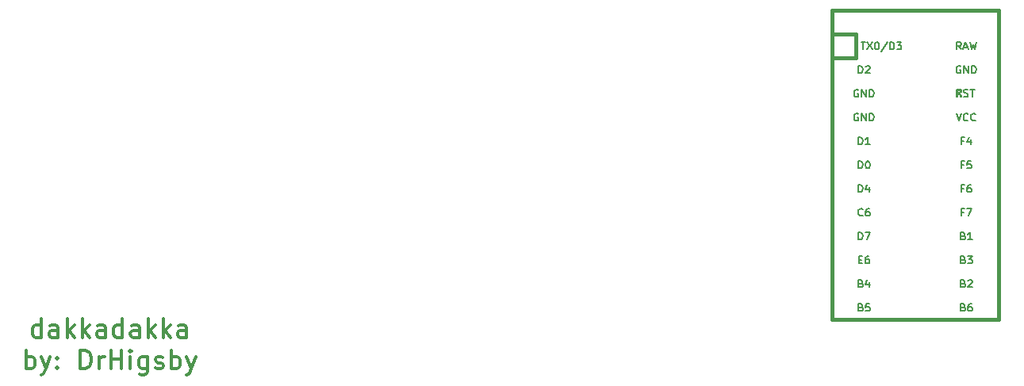
<source format=gbr>
%TF.GenerationSoftware,KiCad,Pcbnew,(5.1.9)-1*%
%TF.CreationDate,2021-06-01T10:03:10-07:00*%
%TF.ProjectId,dakkadakka,64616b6b-6164-4616-9b6b-612e6b696361,rev?*%
%TF.SameCoordinates,Original*%
%TF.FileFunction,Legend,Top*%
%TF.FilePolarity,Positive*%
%FSLAX46Y46*%
G04 Gerber Fmt 4.6, Leading zero omitted, Abs format (unit mm)*
G04 Created by KiCad (PCBNEW (5.1.9)-1) date 2021-06-01 10:03:10*
%MOMM*%
%LPD*%
G01*
G04 APERTURE LIST*
%ADD10C,0.350000*%
%ADD11C,0.381000*%
%ADD12C,0.150000*%
G04 APERTURE END LIST*
D10*
X147230746Y-75498341D02*
X147230746Y-73498341D01*
X147230746Y-75403103D02*
X147040270Y-75498341D01*
X146659318Y-75498341D01*
X146468841Y-75403103D01*
X146373603Y-75307865D01*
X146278365Y-75117389D01*
X146278365Y-74545960D01*
X146373603Y-74355484D01*
X146468841Y-74260246D01*
X146659318Y-74165008D01*
X147040270Y-74165008D01*
X147230746Y-74260246D01*
X149040270Y-75498341D02*
X149040270Y-74450722D01*
X148945032Y-74260246D01*
X148754556Y-74165008D01*
X148373603Y-74165008D01*
X148183127Y-74260246D01*
X149040270Y-75403103D02*
X148849794Y-75498341D01*
X148373603Y-75498341D01*
X148183127Y-75403103D01*
X148087889Y-75212627D01*
X148087889Y-75022151D01*
X148183127Y-74831675D01*
X148373603Y-74736437D01*
X148849794Y-74736437D01*
X149040270Y-74641199D01*
X149992651Y-75498341D02*
X149992651Y-73498341D01*
X150183127Y-74736437D02*
X150754556Y-75498341D01*
X150754556Y-74165008D02*
X149992651Y-74926913D01*
X151611699Y-75498341D02*
X151611699Y-73498341D01*
X151802175Y-74736437D02*
X152373603Y-75498341D01*
X152373603Y-74165008D02*
X151611699Y-74926913D01*
X154087889Y-75498341D02*
X154087889Y-74450722D01*
X153992651Y-74260246D01*
X153802175Y-74165008D01*
X153421222Y-74165008D01*
X153230746Y-74260246D01*
X154087889Y-75403103D02*
X153897413Y-75498341D01*
X153421222Y-75498341D01*
X153230746Y-75403103D01*
X153135508Y-75212627D01*
X153135508Y-75022151D01*
X153230746Y-74831675D01*
X153421222Y-74736437D01*
X153897413Y-74736437D01*
X154087889Y-74641199D01*
X155897413Y-75498341D02*
X155897413Y-73498341D01*
X155897413Y-75403103D02*
X155706937Y-75498341D01*
X155325984Y-75498341D01*
X155135508Y-75403103D01*
X155040270Y-75307865D01*
X154945032Y-75117389D01*
X154945032Y-74545960D01*
X155040270Y-74355484D01*
X155135508Y-74260246D01*
X155325984Y-74165008D01*
X155706937Y-74165008D01*
X155897413Y-74260246D01*
X157706937Y-75498341D02*
X157706937Y-74450722D01*
X157611699Y-74260246D01*
X157421222Y-74165008D01*
X157040270Y-74165008D01*
X156849794Y-74260246D01*
X157706937Y-75403103D02*
X157516460Y-75498341D01*
X157040270Y-75498341D01*
X156849794Y-75403103D01*
X156754556Y-75212627D01*
X156754556Y-75022151D01*
X156849794Y-74831675D01*
X157040270Y-74736437D01*
X157516460Y-74736437D01*
X157706937Y-74641199D01*
X158659318Y-75498341D02*
X158659318Y-73498341D01*
X158849794Y-74736437D02*
X159421222Y-75498341D01*
X159421222Y-74165008D02*
X158659318Y-74926913D01*
X160278365Y-75498341D02*
X160278365Y-73498341D01*
X160468841Y-74736437D02*
X161040270Y-75498341D01*
X161040270Y-74165008D02*
X160278365Y-74926913D01*
X162754556Y-75498341D02*
X162754556Y-74450722D01*
X162659318Y-74260246D01*
X162468841Y-74165008D01*
X162087889Y-74165008D01*
X161897413Y-74260246D01*
X162754556Y-75403103D02*
X162564080Y-75498341D01*
X162087889Y-75498341D01*
X161897413Y-75403103D01*
X161802175Y-75212627D01*
X161802175Y-75022151D01*
X161897413Y-74831675D01*
X162087889Y-74736437D01*
X162564080Y-74736437D01*
X162754556Y-74641199D01*
X145611699Y-78848341D02*
X145611699Y-76848341D01*
X145611699Y-77610246D02*
X145802175Y-77515008D01*
X146183127Y-77515008D01*
X146373603Y-77610246D01*
X146468841Y-77705484D01*
X146564080Y-77895960D01*
X146564080Y-78467389D01*
X146468841Y-78657865D01*
X146373603Y-78753103D01*
X146183127Y-78848341D01*
X145802175Y-78848341D01*
X145611699Y-78753103D01*
X147230746Y-77515008D02*
X147706937Y-78848341D01*
X148183127Y-77515008D02*
X147706937Y-78848341D01*
X147516460Y-79324532D01*
X147421222Y-79419770D01*
X147230746Y-79515008D01*
X148945032Y-78657865D02*
X149040270Y-78753103D01*
X148945032Y-78848341D01*
X148849794Y-78753103D01*
X148945032Y-78657865D01*
X148945032Y-78848341D01*
X148945032Y-77610246D02*
X149040270Y-77705484D01*
X148945032Y-77800722D01*
X148849794Y-77705484D01*
X148945032Y-77610246D01*
X148945032Y-77800722D01*
X151421222Y-78848341D02*
X151421222Y-76848341D01*
X151897413Y-76848341D01*
X152183127Y-76943580D01*
X152373603Y-77134056D01*
X152468841Y-77324532D01*
X152564080Y-77705484D01*
X152564080Y-77991199D01*
X152468841Y-78372151D01*
X152373603Y-78562627D01*
X152183127Y-78753103D01*
X151897413Y-78848341D01*
X151421222Y-78848341D01*
X153421222Y-78848341D02*
X153421222Y-77515008D01*
X153421222Y-77895960D02*
X153516460Y-77705484D01*
X153611699Y-77610246D01*
X153802175Y-77515008D01*
X153992651Y-77515008D01*
X154659318Y-78848341D02*
X154659318Y-76848341D01*
X154659318Y-77800722D02*
X155802175Y-77800722D01*
X155802175Y-78848341D02*
X155802175Y-76848341D01*
X156754556Y-78848341D02*
X156754556Y-77515008D01*
X156754556Y-76848341D02*
X156659318Y-76943580D01*
X156754556Y-77038818D01*
X156849794Y-76943580D01*
X156754556Y-76848341D01*
X156754556Y-77038818D01*
X158564080Y-77515008D02*
X158564080Y-79134056D01*
X158468841Y-79324532D01*
X158373603Y-79419770D01*
X158183127Y-79515008D01*
X157897413Y-79515008D01*
X157706937Y-79419770D01*
X158564080Y-78753103D02*
X158373603Y-78848341D01*
X157992651Y-78848341D01*
X157802175Y-78753103D01*
X157706937Y-78657865D01*
X157611699Y-78467389D01*
X157611699Y-77895960D01*
X157706937Y-77705484D01*
X157802175Y-77610246D01*
X157992651Y-77515008D01*
X158373603Y-77515008D01*
X158564080Y-77610246D01*
X159421222Y-78753103D02*
X159611699Y-78848341D01*
X159992651Y-78848341D01*
X160183127Y-78753103D01*
X160278365Y-78562627D01*
X160278365Y-78467389D01*
X160183127Y-78276913D01*
X159992651Y-78181675D01*
X159706937Y-78181675D01*
X159516460Y-78086437D01*
X159421222Y-77895960D01*
X159421222Y-77800722D01*
X159516460Y-77610246D01*
X159706937Y-77515008D01*
X159992651Y-77515008D01*
X160183127Y-77610246D01*
X161135508Y-78848341D02*
X161135508Y-76848341D01*
X161135508Y-77610246D02*
X161325984Y-77515008D01*
X161706937Y-77515008D01*
X161897413Y-77610246D01*
X161992651Y-77705484D01*
X162087889Y-77895960D01*
X162087889Y-78467389D01*
X161992651Y-78657865D01*
X161897413Y-78753103D01*
X161706937Y-78848341D01*
X161325984Y-78848341D01*
X161135508Y-78753103D01*
X162754556Y-77515008D02*
X163230746Y-78848341D01*
X163706937Y-77515008D02*
X163230746Y-78848341D01*
X163040270Y-79324532D01*
X162945032Y-79419770D01*
X162754556Y-79515008D01*
D11*
%TO.C,PM1*%
X231616452Y-43100674D02*
X231616452Y-73580674D01*
X231616452Y-73580674D02*
X249396452Y-73580674D01*
X249396452Y-73580674D02*
X249396452Y-43100674D01*
X234156452Y-43100674D02*
X234156452Y-45640674D01*
X234156452Y-45640674D02*
X231616452Y-45640674D01*
D12*
G36*
X245438020Y-48980034D02*
G01*
X245438020Y-49280034D01*
X245338020Y-49280034D01*
X245338020Y-48980034D01*
X245438020Y-48980034D01*
G37*
X245438020Y-48980034D02*
X245438020Y-49280034D01*
X245338020Y-49280034D01*
X245338020Y-48980034D01*
X245438020Y-48980034D01*
G36*
X245238020Y-49380034D02*
G01*
X245238020Y-49480034D01*
X245138020Y-49480034D01*
X245138020Y-49380034D01*
X245238020Y-49380034D01*
G37*
X245238020Y-49380034D02*
X245238020Y-49480034D01*
X245138020Y-49480034D01*
X245138020Y-49380034D01*
X245238020Y-49380034D01*
G36*
X245438020Y-48980034D02*
G01*
X245438020Y-49080034D01*
X244938020Y-49080034D01*
X244938020Y-48980034D01*
X245438020Y-48980034D01*
G37*
X245438020Y-48980034D02*
X245438020Y-49080034D01*
X244938020Y-49080034D01*
X244938020Y-48980034D01*
X245438020Y-48980034D01*
G36*
X245038020Y-48980034D02*
G01*
X245038020Y-49780034D01*
X244938020Y-49780034D01*
X244938020Y-48980034D01*
X245038020Y-48980034D01*
G37*
X245038020Y-48980034D02*
X245038020Y-49780034D01*
X244938020Y-49780034D01*
X244938020Y-48980034D01*
X245038020Y-48980034D01*
G36*
X245438020Y-49580034D02*
G01*
X245438020Y-49780034D01*
X245338020Y-49780034D01*
X245338020Y-49580034D01*
X245438020Y-49580034D01*
G37*
X245438020Y-49580034D02*
X245438020Y-49780034D01*
X245338020Y-49780034D01*
X245338020Y-49580034D01*
X245438020Y-49580034D01*
D11*
X249396452Y-43100674D02*
X249396452Y-40560674D01*
X249396452Y-40560674D02*
X231616452Y-40560674D01*
X231616452Y-40560674D02*
X231616452Y-43100674D01*
X234156452Y-43100674D02*
X231616452Y-43100674D01*
D12*
X234744103Y-43932578D02*
X235201246Y-43932578D01*
X234972675Y-44732578D02*
X234972675Y-43932578D01*
X235391722Y-43932578D02*
X235925056Y-44732578D01*
X235925056Y-43932578D02*
X235391722Y-44732578D01*
X236382199Y-43932578D02*
X236458389Y-43932578D01*
X236534580Y-43970674D01*
X236572675Y-44008769D01*
X236610770Y-44084959D01*
X236648865Y-44237340D01*
X236648865Y-44427816D01*
X236610770Y-44580197D01*
X236572675Y-44656388D01*
X236534580Y-44694483D01*
X236458389Y-44732578D01*
X236382199Y-44732578D01*
X236306008Y-44694483D01*
X236267913Y-44656388D01*
X236229818Y-44580197D01*
X236191722Y-44427816D01*
X236191722Y-44237340D01*
X236229818Y-44084959D01*
X236267913Y-44008769D01*
X236306008Y-43970674D01*
X236382199Y-43932578D01*
X237563151Y-43894483D02*
X236877437Y-44923054D01*
X237829818Y-44732578D02*
X237829818Y-43932578D01*
X238020294Y-43932578D01*
X238134580Y-43970674D01*
X238210770Y-44046864D01*
X238248865Y-44123054D01*
X238286960Y-44275435D01*
X238286960Y-44389721D01*
X238248865Y-44542102D01*
X238210770Y-44618293D01*
X238134580Y-44694483D01*
X238020294Y-44732578D01*
X237829818Y-44732578D01*
X238553627Y-43932578D02*
X239048865Y-43932578D01*
X238782199Y-44237340D01*
X238896484Y-44237340D01*
X238972675Y-44275435D01*
X239010770Y-44313531D01*
X239048865Y-44389721D01*
X239048865Y-44580197D01*
X239010770Y-44656388D01*
X238972675Y-44694483D01*
X238896484Y-44732578D01*
X238667913Y-44732578D01*
X238591722Y-44694483D01*
X238553627Y-44656388D01*
X234454975Y-47272578D02*
X234454975Y-46472578D01*
X234645452Y-46472578D01*
X234759737Y-46510674D01*
X234835928Y-46586864D01*
X234874023Y-46663054D01*
X234912118Y-46815435D01*
X234912118Y-46929721D01*
X234874023Y-47082102D01*
X234835928Y-47158293D01*
X234759737Y-47234483D01*
X234645452Y-47272578D01*
X234454975Y-47272578D01*
X235216880Y-46548769D02*
X235254975Y-46510674D01*
X235331166Y-46472578D01*
X235521642Y-46472578D01*
X235597832Y-46510674D01*
X235635928Y-46548769D01*
X235674023Y-46624959D01*
X235674023Y-46701150D01*
X235635928Y-46815435D01*
X235178785Y-47272578D01*
X235674023Y-47272578D01*
X234454975Y-57432578D02*
X234454975Y-56632578D01*
X234645452Y-56632578D01*
X234759737Y-56670674D01*
X234835928Y-56746864D01*
X234874023Y-56823054D01*
X234912118Y-56975435D01*
X234912118Y-57089721D01*
X234874023Y-57242102D01*
X234835928Y-57318293D01*
X234759737Y-57394483D01*
X234645452Y-57432578D01*
X234454975Y-57432578D01*
X235407356Y-56632578D02*
X235483547Y-56632578D01*
X235559737Y-56670674D01*
X235597832Y-56708769D01*
X235635928Y-56784959D01*
X235674023Y-56937340D01*
X235674023Y-57127816D01*
X235635928Y-57280197D01*
X235597832Y-57356388D01*
X235559737Y-57394483D01*
X235483547Y-57432578D01*
X235407356Y-57432578D01*
X235331166Y-57394483D01*
X235293071Y-57356388D01*
X235254975Y-57280197D01*
X235216880Y-57127816D01*
X235216880Y-56937340D01*
X235254975Y-56784959D01*
X235293071Y-56708769D01*
X235331166Y-56670674D01*
X235407356Y-56632578D01*
X234454975Y-54892578D02*
X234454975Y-54092578D01*
X234645452Y-54092578D01*
X234759737Y-54130674D01*
X234835928Y-54206864D01*
X234874023Y-54283054D01*
X234912118Y-54435435D01*
X234912118Y-54549721D01*
X234874023Y-54702102D01*
X234835928Y-54778293D01*
X234759737Y-54854483D01*
X234645452Y-54892578D01*
X234454975Y-54892578D01*
X235674023Y-54892578D02*
X235216880Y-54892578D01*
X235445452Y-54892578D02*
X235445452Y-54092578D01*
X235369261Y-54206864D01*
X235293071Y-54283054D01*
X235216880Y-54321150D01*
X234435928Y-51590674D02*
X234359737Y-51552578D01*
X234245452Y-51552578D01*
X234131166Y-51590674D01*
X234054975Y-51666864D01*
X234016880Y-51743054D01*
X233978785Y-51895435D01*
X233978785Y-52009721D01*
X234016880Y-52162102D01*
X234054975Y-52238293D01*
X234131166Y-52314483D01*
X234245452Y-52352578D01*
X234321642Y-52352578D01*
X234435928Y-52314483D01*
X234474023Y-52276388D01*
X234474023Y-52009721D01*
X234321642Y-52009721D01*
X234816880Y-52352578D02*
X234816880Y-51552578D01*
X235274023Y-52352578D01*
X235274023Y-51552578D01*
X235654975Y-52352578D02*
X235654975Y-51552578D01*
X235845452Y-51552578D01*
X235959737Y-51590674D01*
X236035928Y-51666864D01*
X236074023Y-51743054D01*
X236112118Y-51895435D01*
X236112118Y-52009721D01*
X236074023Y-52162102D01*
X236035928Y-52238293D01*
X235959737Y-52314483D01*
X235845452Y-52352578D01*
X235654975Y-52352578D01*
X234435928Y-49050674D02*
X234359737Y-49012578D01*
X234245452Y-49012578D01*
X234131166Y-49050674D01*
X234054975Y-49126864D01*
X234016880Y-49203054D01*
X233978785Y-49355435D01*
X233978785Y-49469721D01*
X234016880Y-49622102D01*
X234054975Y-49698293D01*
X234131166Y-49774483D01*
X234245452Y-49812578D01*
X234321642Y-49812578D01*
X234435928Y-49774483D01*
X234474023Y-49736388D01*
X234474023Y-49469721D01*
X234321642Y-49469721D01*
X234816880Y-49812578D02*
X234816880Y-49012578D01*
X235274023Y-49812578D01*
X235274023Y-49012578D01*
X235654975Y-49812578D02*
X235654975Y-49012578D01*
X235845452Y-49012578D01*
X235959737Y-49050674D01*
X236035928Y-49126864D01*
X236074023Y-49203054D01*
X236112118Y-49355435D01*
X236112118Y-49469721D01*
X236074023Y-49622102D01*
X236035928Y-49698293D01*
X235959737Y-49774483D01*
X235845452Y-49812578D01*
X235654975Y-49812578D01*
X234454975Y-59972578D02*
X234454975Y-59172578D01*
X234645452Y-59172578D01*
X234759737Y-59210674D01*
X234835928Y-59286864D01*
X234874023Y-59363054D01*
X234912118Y-59515435D01*
X234912118Y-59629721D01*
X234874023Y-59782102D01*
X234835928Y-59858293D01*
X234759737Y-59934483D01*
X234645452Y-59972578D01*
X234454975Y-59972578D01*
X235597832Y-59439245D02*
X235597832Y-59972578D01*
X235407356Y-59134483D02*
X235216880Y-59705912D01*
X235712118Y-59705912D01*
X234912118Y-62436388D02*
X234874023Y-62474483D01*
X234759737Y-62512578D01*
X234683547Y-62512578D01*
X234569261Y-62474483D01*
X234493071Y-62398293D01*
X234454975Y-62322102D01*
X234416880Y-62169721D01*
X234416880Y-62055435D01*
X234454975Y-61903054D01*
X234493071Y-61826864D01*
X234569261Y-61750674D01*
X234683547Y-61712578D01*
X234759737Y-61712578D01*
X234874023Y-61750674D01*
X234912118Y-61788769D01*
X235597832Y-61712578D02*
X235445452Y-61712578D01*
X235369261Y-61750674D01*
X235331166Y-61788769D01*
X235254975Y-61903054D01*
X235216880Y-62055435D01*
X235216880Y-62360197D01*
X235254975Y-62436388D01*
X235293071Y-62474483D01*
X235369261Y-62512578D01*
X235521642Y-62512578D01*
X235597832Y-62474483D01*
X235635928Y-62436388D01*
X235674023Y-62360197D01*
X235674023Y-62169721D01*
X235635928Y-62093531D01*
X235597832Y-62055435D01*
X235521642Y-62017340D01*
X235369261Y-62017340D01*
X235293071Y-62055435D01*
X235254975Y-62093531D01*
X235216880Y-62169721D01*
X234454975Y-65052578D02*
X234454975Y-64252578D01*
X234645452Y-64252578D01*
X234759737Y-64290674D01*
X234835928Y-64366864D01*
X234874023Y-64443054D01*
X234912118Y-64595435D01*
X234912118Y-64709721D01*
X234874023Y-64862102D01*
X234835928Y-64938293D01*
X234759737Y-65014483D01*
X234645452Y-65052578D01*
X234454975Y-65052578D01*
X235178785Y-64252578D02*
X235712118Y-64252578D01*
X235369261Y-65052578D01*
X234493071Y-67173531D02*
X234759737Y-67173531D01*
X234874023Y-67592578D02*
X234493071Y-67592578D01*
X234493071Y-66792578D01*
X234874023Y-66792578D01*
X235559737Y-66792578D02*
X235407356Y-66792578D01*
X235331166Y-66830674D01*
X235293071Y-66868769D01*
X235216880Y-66983054D01*
X235178785Y-67135435D01*
X235178785Y-67440197D01*
X235216880Y-67516388D01*
X235254975Y-67554483D01*
X235331166Y-67592578D01*
X235483547Y-67592578D01*
X235559737Y-67554483D01*
X235597832Y-67516388D01*
X235635928Y-67440197D01*
X235635928Y-67249721D01*
X235597832Y-67173531D01*
X235559737Y-67135435D01*
X235483547Y-67097340D01*
X235331166Y-67097340D01*
X235254975Y-67135435D01*
X235216880Y-67173531D01*
X235178785Y-67249721D01*
X234721642Y-69713531D02*
X234835928Y-69751626D01*
X234874023Y-69789721D01*
X234912118Y-69865912D01*
X234912118Y-69980197D01*
X234874023Y-70056388D01*
X234835928Y-70094483D01*
X234759737Y-70132578D01*
X234454975Y-70132578D01*
X234454975Y-69332578D01*
X234721642Y-69332578D01*
X234797832Y-69370674D01*
X234835928Y-69408769D01*
X234874023Y-69484959D01*
X234874023Y-69561150D01*
X234835928Y-69637340D01*
X234797832Y-69675435D01*
X234721642Y-69713531D01*
X234454975Y-69713531D01*
X235597832Y-69599245D02*
X235597832Y-70132578D01*
X235407356Y-69294483D02*
X235216880Y-69865912D01*
X235712118Y-69865912D01*
X234721642Y-72253531D02*
X234835928Y-72291626D01*
X234874023Y-72329721D01*
X234912118Y-72405912D01*
X234912118Y-72520197D01*
X234874023Y-72596388D01*
X234835928Y-72634483D01*
X234759737Y-72672578D01*
X234454975Y-72672578D01*
X234454975Y-71872578D01*
X234721642Y-71872578D01*
X234797832Y-71910674D01*
X234835928Y-71948769D01*
X234874023Y-72024959D01*
X234874023Y-72101150D01*
X234835928Y-72177340D01*
X234797832Y-72215435D01*
X234721642Y-72253531D01*
X234454975Y-72253531D01*
X235635928Y-71872578D02*
X235254975Y-71872578D01*
X235216880Y-72253531D01*
X235254975Y-72215435D01*
X235331166Y-72177340D01*
X235521642Y-72177340D01*
X235597832Y-72215435D01*
X235635928Y-72253531D01*
X235674023Y-72329721D01*
X235674023Y-72520197D01*
X235635928Y-72596388D01*
X235597832Y-72634483D01*
X235521642Y-72672578D01*
X235331166Y-72672578D01*
X235254975Y-72634483D01*
X235216880Y-72596388D01*
X245643642Y-72253531D02*
X245757928Y-72291626D01*
X245796023Y-72329721D01*
X245834118Y-72405912D01*
X245834118Y-72520197D01*
X245796023Y-72596388D01*
X245757928Y-72634483D01*
X245681737Y-72672578D01*
X245376975Y-72672578D01*
X245376975Y-71872578D01*
X245643642Y-71872578D01*
X245719832Y-71910674D01*
X245757928Y-71948769D01*
X245796023Y-72024959D01*
X245796023Y-72101150D01*
X245757928Y-72177340D01*
X245719832Y-72215435D01*
X245643642Y-72253531D01*
X245376975Y-72253531D01*
X246519832Y-71872578D02*
X246367452Y-71872578D01*
X246291261Y-71910674D01*
X246253166Y-71948769D01*
X246176975Y-72063054D01*
X246138880Y-72215435D01*
X246138880Y-72520197D01*
X246176975Y-72596388D01*
X246215071Y-72634483D01*
X246291261Y-72672578D01*
X246443642Y-72672578D01*
X246519832Y-72634483D01*
X246557928Y-72596388D01*
X246596023Y-72520197D01*
X246596023Y-72329721D01*
X246557928Y-72253531D01*
X246519832Y-72215435D01*
X246443642Y-72177340D01*
X246291261Y-72177340D01*
X246215071Y-72215435D01*
X246176975Y-72253531D01*
X246138880Y-72329721D01*
X245643642Y-67173531D02*
X245757928Y-67211626D01*
X245796023Y-67249721D01*
X245834118Y-67325912D01*
X245834118Y-67440197D01*
X245796023Y-67516388D01*
X245757928Y-67554483D01*
X245681737Y-67592578D01*
X245376975Y-67592578D01*
X245376975Y-66792578D01*
X245643642Y-66792578D01*
X245719832Y-66830674D01*
X245757928Y-66868769D01*
X245796023Y-66944959D01*
X245796023Y-67021150D01*
X245757928Y-67097340D01*
X245719832Y-67135435D01*
X245643642Y-67173531D01*
X245376975Y-67173531D01*
X246100785Y-66792578D02*
X246596023Y-66792578D01*
X246329356Y-67097340D01*
X246443642Y-67097340D01*
X246519832Y-67135435D01*
X246557928Y-67173531D01*
X246596023Y-67249721D01*
X246596023Y-67440197D01*
X246557928Y-67516388D01*
X246519832Y-67554483D01*
X246443642Y-67592578D01*
X246215071Y-67592578D01*
X246138880Y-67554483D01*
X246100785Y-67516388D01*
X245643642Y-64633531D02*
X245757928Y-64671626D01*
X245796023Y-64709721D01*
X245834118Y-64785912D01*
X245834118Y-64900197D01*
X245796023Y-64976388D01*
X245757928Y-65014483D01*
X245681737Y-65052578D01*
X245376975Y-65052578D01*
X245376975Y-64252578D01*
X245643642Y-64252578D01*
X245719832Y-64290674D01*
X245757928Y-64328769D01*
X245796023Y-64404959D01*
X245796023Y-64481150D01*
X245757928Y-64557340D01*
X245719832Y-64595435D01*
X245643642Y-64633531D01*
X245376975Y-64633531D01*
X246596023Y-65052578D02*
X246138880Y-65052578D01*
X246367452Y-65052578D02*
X246367452Y-64252578D01*
X246291261Y-64366864D01*
X246215071Y-64443054D01*
X246138880Y-64481150D01*
X245700785Y-54473531D02*
X245434118Y-54473531D01*
X245434118Y-54892578D02*
X245434118Y-54092578D01*
X245815071Y-54092578D01*
X246462690Y-54359245D02*
X246462690Y-54892578D01*
X246272213Y-54054483D02*
X246081737Y-54625912D01*
X246576975Y-54625912D01*
X244900785Y-51552578D02*
X245167452Y-52352578D01*
X245434118Y-51552578D01*
X246157928Y-52276388D02*
X246119832Y-52314483D01*
X246005547Y-52352578D01*
X245929356Y-52352578D01*
X245815071Y-52314483D01*
X245738880Y-52238293D01*
X245700785Y-52162102D01*
X245662690Y-52009721D01*
X245662690Y-51895435D01*
X245700785Y-51743054D01*
X245738880Y-51666864D01*
X245815071Y-51590674D01*
X245929356Y-51552578D01*
X246005547Y-51552578D01*
X246119832Y-51590674D01*
X246157928Y-51628769D01*
X246957928Y-52276388D02*
X246919832Y-52314483D01*
X246805547Y-52352578D01*
X246729356Y-52352578D01*
X246615071Y-52314483D01*
X246538880Y-52238293D01*
X246500785Y-52162102D01*
X246462690Y-52009721D01*
X246462690Y-51895435D01*
X246500785Y-51743054D01*
X246538880Y-51666864D01*
X246615071Y-51590674D01*
X246729356Y-51552578D01*
X246805547Y-51552578D01*
X246919832Y-51590674D01*
X246957928Y-51628769D01*
X245706238Y-49744483D02*
X245820524Y-49782578D01*
X246011000Y-49782578D01*
X246087191Y-49744483D01*
X246125286Y-49706388D01*
X246163381Y-49630197D01*
X246163381Y-49554007D01*
X246125286Y-49477816D01*
X246087191Y-49439721D01*
X246011000Y-49401626D01*
X245858619Y-49363531D01*
X245782429Y-49325435D01*
X245744333Y-49287340D01*
X245706238Y-49211150D01*
X245706238Y-49134959D01*
X245744333Y-49058769D01*
X245782429Y-49020674D01*
X245858619Y-48982578D01*
X246049095Y-48982578D01*
X246163381Y-49020674D01*
X246391952Y-48982578D02*
X246849095Y-48982578D01*
X246620524Y-49782578D02*
X246620524Y-48982578D01*
X245357928Y-46510674D02*
X245281737Y-46472578D01*
X245167452Y-46472578D01*
X245053166Y-46510674D01*
X244976975Y-46586864D01*
X244938880Y-46663054D01*
X244900785Y-46815435D01*
X244900785Y-46929721D01*
X244938880Y-47082102D01*
X244976975Y-47158293D01*
X245053166Y-47234483D01*
X245167452Y-47272578D01*
X245243642Y-47272578D01*
X245357928Y-47234483D01*
X245396023Y-47196388D01*
X245396023Y-46929721D01*
X245243642Y-46929721D01*
X245738880Y-47272578D02*
X245738880Y-46472578D01*
X246196023Y-47272578D01*
X246196023Y-46472578D01*
X246576975Y-47272578D02*
X246576975Y-46472578D01*
X246767452Y-46472578D01*
X246881737Y-46510674D01*
X246957928Y-46586864D01*
X246996023Y-46663054D01*
X247034118Y-46815435D01*
X247034118Y-46929721D01*
X246996023Y-47082102D01*
X246957928Y-47158293D01*
X246881737Y-47234483D01*
X246767452Y-47272578D01*
X246576975Y-47272578D01*
X245415071Y-44732578D02*
X245148404Y-44351626D01*
X244957928Y-44732578D02*
X244957928Y-43932578D01*
X245262690Y-43932578D01*
X245338880Y-43970674D01*
X245376975Y-44008769D01*
X245415071Y-44084959D01*
X245415071Y-44199245D01*
X245376975Y-44275435D01*
X245338880Y-44313531D01*
X245262690Y-44351626D01*
X244957928Y-44351626D01*
X245719832Y-44504007D02*
X246100785Y-44504007D01*
X245643642Y-44732578D02*
X245910309Y-43932578D01*
X246176975Y-44732578D01*
X246367452Y-43932578D02*
X246557928Y-44732578D01*
X246710309Y-44161150D01*
X246862690Y-44732578D01*
X247053166Y-43932578D01*
X245700785Y-57013531D02*
X245434118Y-57013531D01*
X245434118Y-57432578D02*
X245434118Y-56632578D01*
X245815071Y-56632578D01*
X246500785Y-56632578D02*
X246119832Y-56632578D01*
X246081737Y-57013531D01*
X246119832Y-56975435D01*
X246196023Y-56937340D01*
X246386499Y-56937340D01*
X246462690Y-56975435D01*
X246500785Y-57013531D01*
X246538880Y-57089721D01*
X246538880Y-57280197D01*
X246500785Y-57356388D01*
X246462690Y-57394483D01*
X246386499Y-57432578D01*
X246196023Y-57432578D01*
X246119832Y-57394483D01*
X246081737Y-57356388D01*
X245700785Y-59553531D02*
X245434118Y-59553531D01*
X245434118Y-59972578D02*
X245434118Y-59172578D01*
X245815071Y-59172578D01*
X246462690Y-59172578D02*
X246310309Y-59172578D01*
X246234118Y-59210674D01*
X246196023Y-59248769D01*
X246119832Y-59363054D01*
X246081737Y-59515435D01*
X246081737Y-59820197D01*
X246119832Y-59896388D01*
X246157928Y-59934483D01*
X246234118Y-59972578D01*
X246386499Y-59972578D01*
X246462690Y-59934483D01*
X246500785Y-59896388D01*
X246538880Y-59820197D01*
X246538880Y-59629721D01*
X246500785Y-59553531D01*
X246462690Y-59515435D01*
X246386499Y-59477340D01*
X246234118Y-59477340D01*
X246157928Y-59515435D01*
X246119832Y-59553531D01*
X246081737Y-59629721D01*
X245700785Y-62093531D02*
X245434118Y-62093531D01*
X245434118Y-62512578D02*
X245434118Y-61712578D01*
X245815071Y-61712578D01*
X246043642Y-61712578D02*
X246576975Y-61712578D01*
X246234118Y-62512578D01*
X245643642Y-69713531D02*
X245757928Y-69751626D01*
X245796023Y-69789721D01*
X245834118Y-69865912D01*
X245834118Y-69980197D01*
X245796023Y-70056388D01*
X245757928Y-70094483D01*
X245681737Y-70132578D01*
X245376975Y-70132578D01*
X245376975Y-69332578D01*
X245643642Y-69332578D01*
X245719832Y-69370674D01*
X245757928Y-69408769D01*
X245796023Y-69484959D01*
X245796023Y-69561150D01*
X245757928Y-69637340D01*
X245719832Y-69675435D01*
X245643642Y-69713531D01*
X245376975Y-69713531D01*
X246138880Y-69408769D02*
X246176975Y-69370674D01*
X246253166Y-69332578D01*
X246443642Y-69332578D01*
X246519832Y-69370674D01*
X246557928Y-69408769D01*
X246596023Y-69484959D01*
X246596023Y-69561150D01*
X246557928Y-69675435D01*
X246100785Y-70132578D01*
X246596023Y-70132578D01*
%TD*%
M02*

</source>
